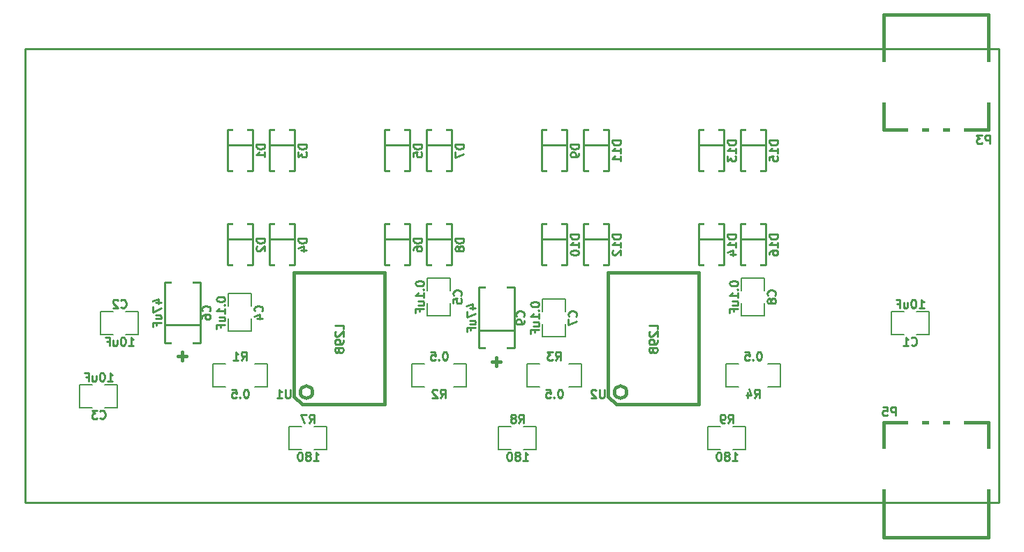
<source format=gbo>
G04 #@! TF.FileFunction,Legend,Bot*
%FSLAX46Y46*%
G04 Gerber Fmt 4.6, Leading zero omitted, Abs format (unit mm)*
G04 Created by KiCad (PCBNEW 0.201603210401+6634~43~ubuntu14.04.1-product) date Mon 11 Apr 2016 10:26:04 AM EDT*
%MOMM*%
G01*
G04 APERTURE LIST*
%ADD10C,0.100000*%
%ADD11C,0.228600*%
%ADD12C,0.127000*%
%ADD13C,0.381000*%
%ADD14C,0.254000*%
%ADD15O,1.524000X2.540000*%
%ADD16C,1.930400*%
%ADD17O,4.572000X3.556000*%
%ADD18O,4.064000X5.080000*%
%ADD19O,5.080000X3.556000*%
%ADD20R,1.270000X2.540000*%
%ADD21O,5.080000X3.048000*%
%ADD22O,2.032000X1.524000*%
%ADD23O,1.524000X2.032000*%
%ADD24C,3.759200*%
%ADD25O,2.540000X1.524000*%
%ADD26O,1.651000X2.159000*%
%ADD27C,1.600200*%
%ADD28R,1.778000X4.191000*%
%ADD29R,2.997200X5.029200*%
%ADD30R,2.540000X1.270000*%
%ADD31R,2.550000X2.770000*%
%ADD32R,1.397000X2.489200*%
%ADD33R,1.800000X0.860000*%
%ADD34R,1.750000X2.650000*%
%ADD35R,2.540000X2.540000*%
%ADD36O,2.540000X2.540000*%
G04 APERTURE END LIST*
D10*
D11*
X211455000Y-75311000D02*
X93345000Y-75311000D01*
X211455000Y-130429000D02*
X211455000Y-75311000D01*
X93345000Y-130429000D02*
X211455000Y-130429000D01*
X93345000Y-75311000D02*
X93345000Y-130429000D01*
D12*
X199898000Y-109982000D02*
X198374000Y-109982000D01*
X198374000Y-109982000D02*
X198374000Y-107188000D01*
X198374000Y-107188000D02*
X199898000Y-107188000D01*
X201422000Y-107188000D02*
X202946000Y-107188000D01*
X202946000Y-107188000D02*
X202946000Y-109982000D01*
X202946000Y-109982000D02*
X201422000Y-109982000D01*
X105537000Y-107188000D02*
X107061000Y-107188000D01*
X107061000Y-107188000D02*
X107061000Y-109982000D01*
X107061000Y-109982000D02*
X105537000Y-109982000D01*
X104013000Y-109982000D02*
X102489000Y-109982000D01*
X102489000Y-109982000D02*
X102489000Y-107188000D01*
X102489000Y-107188000D02*
X104013000Y-107188000D01*
D13*
X210185000Y-71120000D02*
X197485000Y-71120000D01*
X197485000Y-71120000D02*
X197485000Y-85090000D01*
X210185000Y-71120000D02*
X210185000Y-85090000D01*
X210185000Y-85090000D02*
X197485000Y-85090000D01*
X197485000Y-134620000D02*
X210185000Y-134620000D01*
X210185000Y-134620000D02*
X210185000Y-120650000D01*
X197485000Y-134620000D02*
X197485000Y-120650000D01*
X197485000Y-120650000D02*
X210185000Y-120650000D01*
D12*
X101473000Y-118872000D02*
X99949000Y-118872000D01*
X99949000Y-118872000D02*
X99949000Y-116078000D01*
X99949000Y-116078000D02*
X101473000Y-116078000D01*
X102997000Y-116078000D02*
X104521000Y-116078000D01*
X104521000Y-116078000D02*
X104521000Y-118872000D01*
X104521000Y-118872000D02*
X102997000Y-118872000D01*
X128397000Y-121158000D02*
X129921000Y-121158000D01*
X129921000Y-121158000D02*
X129921000Y-123952000D01*
X129921000Y-123952000D02*
X128397000Y-123952000D01*
X126873000Y-123952000D02*
X125349000Y-123952000D01*
X125349000Y-123952000D02*
X125349000Y-121158000D01*
X125349000Y-121158000D02*
X126873000Y-121158000D01*
X120777000Y-108077000D02*
X120777000Y-109601000D01*
X120777000Y-109601000D02*
X117983000Y-109601000D01*
X117983000Y-109601000D02*
X117983000Y-108077000D01*
X117983000Y-106553000D02*
X117983000Y-105029000D01*
X117983000Y-105029000D02*
X120777000Y-105029000D01*
X120777000Y-105029000D02*
X120777000Y-106553000D01*
X144907000Y-106172000D02*
X144907000Y-107696000D01*
X144907000Y-107696000D02*
X142113000Y-107696000D01*
X142113000Y-107696000D02*
X142113000Y-106172000D01*
X142113000Y-104648000D02*
X142113000Y-103124000D01*
X142113000Y-103124000D02*
X144907000Y-103124000D01*
X144907000Y-103124000D02*
X144907000Y-104648000D01*
D11*
X114554000Y-108839000D02*
X110236000Y-108839000D01*
X110236000Y-110998000D02*
X110236000Y-103632000D01*
X114554000Y-110998000D02*
X114554000Y-103632000D01*
D13*
X111887000Y-112649000D02*
X112903000Y-112649000D01*
X112395000Y-112141000D02*
X112395000Y-113157000D01*
D11*
X114554000Y-110998000D02*
X110236000Y-110998000D01*
X110236000Y-103632000D02*
X114554000Y-103632000D01*
D12*
X159258000Y-113538000D02*
X160782000Y-113538000D01*
X160782000Y-113538000D02*
X160782000Y-116332000D01*
X160782000Y-116332000D02*
X159258000Y-116332000D01*
X155702000Y-116332000D02*
X154178000Y-116332000D01*
X154178000Y-116332000D02*
X154178000Y-113538000D01*
X154178000Y-113538000D02*
X155702000Y-113538000D01*
X179832000Y-116332000D02*
X178308000Y-116332000D01*
X178308000Y-116332000D02*
X178308000Y-113538000D01*
X178308000Y-113538000D02*
X179832000Y-113538000D01*
X183388000Y-113538000D02*
X184912000Y-113538000D01*
X184912000Y-113538000D02*
X184912000Y-116332000D01*
X184912000Y-116332000D02*
X183388000Y-116332000D01*
D13*
X128195000Y-116990000D02*
G75*
G03X128195000Y-116990000I-750000J0D01*
G01*
X125945000Y-117490000D02*
X125945000Y-102490000D01*
X125945000Y-102490000D02*
X136945000Y-102490000D01*
X136945000Y-102490000D02*
X136945000Y-118490000D01*
X136945000Y-118490000D02*
X126945000Y-118490000D01*
X126945000Y-118490000D02*
X125945000Y-117490000D01*
D11*
X142010000Y-96560000D02*
X142010000Y-101560000D01*
X142010000Y-101560000D02*
X145010000Y-101560000D01*
X145010000Y-101560000D02*
X145010000Y-96560000D01*
X145010000Y-96560000D02*
X142010000Y-96560000D01*
X142010000Y-98425000D02*
X145010000Y-98425000D01*
X142010000Y-85130000D02*
X142010000Y-90130000D01*
X142010000Y-90130000D02*
X145010000Y-90130000D01*
X145010000Y-90130000D02*
X145010000Y-85130000D01*
X145010000Y-85130000D02*
X142010000Y-85130000D01*
X142010000Y-86995000D02*
X145010000Y-86995000D01*
X136930000Y-96560000D02*
X136930000Y-101560000D01*
X136930000Y-101560000D02*
X139930000Y-101560000D01*
X139930000Y-101560000D02*
X139930000Y-96560000D01*
X139930000Y-96560000D02*
X136930000Y-96560000D01*
X136930000Y-98425000D02*
X139930000Y-98425000D01*
X136930000Y-85130000D02*
X136930000Y-90130000D01*
X136930000Y-90130000D02*
X139930000Y-90130000D01*
X139930000Y-90130000D02*
X139930000Y-85130000D01*
X139930000Y-85130000D02*
X136930000Y-85130000D01*
X136930000Y-86995000D02*
X139930000Y-86995000D01*
X122960000Y-96560000D02*
X122960000Y-101560000D01*
X122960000Y-101560000D02*
X125960000Y-101560000D01*
X125960000Y-101560000D02*
X125960000Y-96560000D01*
X125960000Y-96560000D02*
X122960000Y-96560000D01*
X122960000Y-98425000D02*
X125960000Y-98425000D01*
X122960000Y-85130000D02*
X122960000Y-90130000D01*
X122960000Y-90130000D02*
X125960000Y-90130000D01*
X125960000Y-90130000D02*
X125960000Y-85130000D01*
X125960000Y-85130000D02*
X122960000Y-85130000D01*
X122960000Y-86995000D02*
X125960000Y-86995000D01*
X117880000Y-96560000D02*
X117880000Y-101560000D01*
X117880000Y-101560000D02*
X120880000Y-101560000D01*
X120880000Y-101560000D02*
X120880000Y-96560000D01*
X120880000Y-96560000D02*
X117880000Y-96560000D01*
X117880000Y-98425000D02*
X120880000Y-98425000D01*
X117880000Y-85130000D02*
X117880000Y-90130000D01*
X117880000Y-90130000D02*
X120880000Y-90130000D01*
X120880000Y-90130000D02*
X120880000Y-85130000D01*
X120880000Y-85130000D02*
X117880000Y-85130000D01*
X117880000Y-86995000D02*
X120880000Y-86995000D01*
D12*
X158877000Y-108712000D02*
X158877000Y-110236000D01*
X158877000Y-110236000D02*
X156083000Y-110236000D01*
X156083000Y-110236000D02*
X156083000Y-108712000D01*
X156083000Y-107188000D02*
X156083000Y-105664000D01*
X156083000Y-105664000D02*
X158877000Y-105664000D01*
X158877000Y-105664000D02*
X158877000Y-107188000D01*
X183007000Y-106172000D02*
X183007000Y-107696000D01*
X183007000Y-107696000D02*
X180213000Y-107696000D01*
X180213000Y-107696000D02*
X180213000Y-106172000D01*
X180213000Y-104648000D02*
X180213000Y-103124000D01*
X180213000Y-103124000D02*
X183007000Y-103124000D01*
X183007000Y-103124000D02*
X183007000Y-104648000D01*
D11*
X152654000Y-109474000D02*
X148336000Y-109474000D01*
X148336000Y-111633000D02*
X148336000Y-104267000D01*
X152654000Y-111633000D02*
X152654000Y-104267000D01*
D13*
X149987000Y-113284000D02*
X151003000Y-113284000D01*
X150495000Y-112776000D02*
X150495000Y-113792000D01*
D11*
X152654000Y-111633000D02*
X148336000Y-111633000D01*
X148336000Y-104267000D02*
X152654000Y-104267000D01*
X155980000Y-85130000D02*
X155980000Y-90130000D01*
X155980000Y-90130000D02*
X158980000Y-90130000D01*
X158980000Y-90130000D02*
X158980000Y-85130000D01*
X158980000Y-85130000D02*
X155980000Y-85130000D01*
X155980000Y-86995000D02*
X158980000Y-86995000D01*
X155980000Y-96560000D02*
X155980000Y-101560000D01*
X155980000Y-101560000D02*
X158980000Y-101560000D01*
X158980000Y-101560000D02*
X158980000Y-96560000D01*
X158980000Y-96560000D02*
X155980000Y-96560000D01*
X155980000Y-98425000D02*
X158980000Y-98425000D01*
X161060000Y-85130000D02*
X161060000Y-90130000D01*
X161060000Y-90130000D02*
X164060000Y-90130000D01*
X164060000Y-90130000D02*
X164060000Y-85130000D01*
X164060000Y-85130000D02*
X161060000Y-85130000D01*
X161060000Y-86995000D02*
X164060000Y-86995000D01*
X161060000Y-96560000D02*
X161060000Y-101560000D01*
X161060000Y-101560000D02*
X164060000Y-101560000D01*
X164060000Y-101560000D02*
X164060000Y-96560000D01*
X164060000Y-96560000D02*
X161060000Y-96560000D01*
X161060000Y-98425000D02*
X164060000Y-98425000D01*
X175030000Y-85130000D02*
X175030000Y-90130000D01*
X175030000Y-90130000D02*
X178030000Y-90130000D01*
X178030000Y-90130000D02*
X178030000Y-85130000D01*
X178030000Y-85130000D02*
X175030000Y-85130000D01*
X175030000Y-86995000D02*
X178030000Y-86995000D01*
X175030000Y-96560000D02*
X175030000Y-101560000D01*
X175030000Y-101560000D02*
X178030000Y-101560000D01*
X178030000Y-101560000D02*
X178030000Y-96560000D01*
X178030000Y-96560000D02*
X175030000Y-96560000D01*
X175030000Y-98425000D02*
X178030000Y-98425000D01*
X180110000Y-85130000D02*
X180110000Y-90130000D01*
X180110000Y-90130000D02*
X183110000Y-90130000D01*
X183110000Y-90130000D02*
X183110000Y-85130000D01*
X183110000Y-85130000D02*
X180110000Y-85130000D01*
X180110000Y-86995000D02*
X183110000Y-86995000D01*
X180110000Y-96560000D02*
X180110000Y-101560000D01*
X180110000Y-101560000D02*
X183110000Y-101560000D01*
X183110000Y-101560000D02*
X183110000Y-96560000D01*
X183110000Y-96560000D02*
X180110000Y-96560000D01*
X180110000Y-98425000D02*
X183110000Y-98425000D01*
D12*
X121158000Y-113538000D02*
X122682000Y-113538000D01*
X122682000Y-113538000D02*
X122682000Y-116332000D01*
X122682000Y-116332000D02*
X121158000Y-116332000D01*
X117602000Y-116332000D02*
X116078000Y-116332000D01*
X116078000Y-116332000D02*
X116078000Y-113538000D01*
X116078000Y-113538000D02*
X117602000Y-113538000D01*
X141732000Y-116332000D02*
X140208000Y-116332000D01*
X140208000Y-116332000D02*
X140208000Y-113538000D01*
X140208000Y-113538000D02*
X141732000Y-113538000D01*
X145288000Y-113538000D02*
X146812000Y-113538000D01*
X146812000Y-113538000D02*
X146812000Y-116332000D01*
X146812000Y-116332000D02*
X145288000Y-116332000D01*
X153797000Y-121158000D02*
X155321000Y-121158000D01*
X155321000Y-121158000D02*
X155321000Y-123952000D01*
X155321000Y-123952000D02*
X153797000Y-123952000D01*
X152273000Y-123952000D02*
X150749000Y-123952000D01*
X150749000Y-123952000D02*
X150749000Y-121158000D01*
X150749000Y-121158000D02*
X152273000Y-121158000D01*
X179197000Y-121158000D02*
X180721000Y-121158000D01*
X180721000Y-121158000D02*
X180721000Y-123952000D01*
X180721000Y-123952000D02*
X179197000Y-123952000D01*
X177673000Y-123952000D02*
X176149000Y-123952000D01*
X176149000Y-123952000D02*
X176149000Y-121158000D01*
X176149000Y-121158000D02*
X177673000Y-121158000D01*
D13*
X166295000Y-116990000D02*
G75*
G03X166295000Y-116990000I-750000J0D01*
G01*
X164045000Y-117490000D02*
X164045000Y-102490000D01*
X164045000Y-102490000D02*
X175045000Y-102490000D01*
X175045000Y-102490000D02*
X175045000Y-118490000D01*
X175045000Y-118490000D02*
X165045000Y-118490000D01*
X165045000Y-118490000D02*
X164045000Y-117490000D01*
D14*
X200829333Y-111233857D02*
X200877714Y-111282238D01*
X201022857Y-111330619D01*
X201119619Y-111330619D01*
X201264761Y-111282238D01*
X201361523Y-111185476D01*
X201409904Y-111088714D01*
X201458285Y-110895190D01*
X201458285Y-110750048D01*
X201409904Y-110556524D01*
X201361523Y-110459762D01*
X201264761Y-110363000D01*
X201119619Y-110314619D01*
X201022857Y-110314619D01*
X200877714Y-110363000D01*
X200829333Y-110411381D01*
X199861714Y-111330619D02*
X200442285Y-111330619D01*
X200151999Y-111330619D02*
X200151999Y-110314619D01*
X200248761Y-110459762D01*
X200345523Y-110556524D01*
X200442285Y-110604905D01*
X201748571Y-106758619D02*
X202329142Y-106758619D01*
X202038856Y-106758619D02*
X202038856Y-105742619D01*
X202135618Y-105887762D01*
X202232380Y-105984524D01*
X202329142Y-106032905D01*
X201119618Y-105742619D02*
X201022857Y-105742619D01*
X200926095Y-105791000D01*
X200877714Y-105839381D01*
X200829333Y-105936143D01*
X200780952Y-106129667D01*
X200780952Y-106371571D01*
X200829333Y-106565095D01*
X200877714Y-106661857D01*
X200926095Y-106710238D01*
X201022857Y-106758619D01*
X201119618Y-106758619D01*
X201216380Y-106710238D01*
X201264761Y-106661857D01*
X201313142Y-106565095D01*
X201361523Y-106371571D01*
X201361523Y-106129667D01*
X201313142Y-105936143D01*
X201264761Y-105839381D01*
X201216380Y-105791000D01*
X201119618Y-105742619D01*
X199910095Y-106081286D02*
X199910095Y-106758619D01*
X200345523Y-106081286D02*
X200345523Y-106613476D01*
X200297142Y-106710238D01*
X200200380Y-106758619D01*
X200055238Y-106758619D01*
X199958476Y-106710238D01*
X199910095Y-106661857D01*
X199087619Y-106226429D02*
X199426285Y-106226429D01*
X199426285Y-106758619D02*
X199426285Y-105742619D01*
X198942476Y-105742619D01*
X104944333Y-106661857D02*
X104992714Y-106710238D01*
X105137857Y-106758619D01*
X105234619Y-106758619D01*
X105379761Y-106710238D01*
X105476523Y-106613476D01*
X105524904Y-106516714D01*
X105573285Y-106323190D01*
X105573285Y-106178048D01*
X105524904Y-105984524D01*
X105476523Y-105887762D01*
X105379761Y-105791000D01*
X105234619Y-105742619D01*
X105137857Y-105742619D01*
X104992714Y-105791000D01*
X104944333Y-105839381D01*
X104557285Y-105839381D02*
X104508904Y-105791000D01*
X104412142Y-105742619D01*
X104170238Y-105742619D01*
X104073476Y-105791000D01*
X104025095Y-105839381D01*
X103976714Y-105936143D01*
X103976714Y-106032905D01*
X104025095Y-106178048D01*
X104605666Y-106758619D01*
X103976714Y-106758619D01*
X105863571Y-111330619D02*
X106444142Y-111330619D01*
X106153856Y-111330619D02*
X106153856Y-110314619D01*
X106250618Y-110459762D01*
X106347380Y-110556524D01*
X106444142Y-110604905D01*
X105234618Y-110314619D02*
X105137857Y-110314619D01*
X105041095Y-110363000D01*
X104992714Y-110411381D01*
X104944333Y-110508143D01*
X104895952Y-110701667D01*
X104895952Y-110943571D01*
X104944333Y-111137095D01*
X104992714Y-111233857D01*
X105041095Y-111282238D01*
X105137857Y-111330619D01*
X105234618Y-111330619D01*
X105331380Y-111282238D01*
X105379761Y-111233857D01*
X105428142Y-111137095D01*
X105476523Y-110943571D01*
X105476523Y-110701667D01*
X105428142Y-110508143D01*
X105379761Y-110411381D01*
X105331380Y-110363000D01*
X105234618Y-110314619D01*
X104025095Y-110653286D02*
X104025095Y-111330619D01*
X104460523Y-110653286D02*
X104460523Y-111185476D01*
X104412142Y-111282238D01*
X104315380Y-111330619D01*
X104170238Y-111330619D01*
X104073476Y-111282238D01*
X104025095Y-111233857D01*
X103202619Y-110798429D02*
X103541285Y-110798429D01*
X103541285Y-111330619D02*
X103541285Y-110314619D01*
X103057476Y-110314619D01*
X210299904Y-86819619D02*
X210299904Y-85803619D01*
X209912857Y-85803619D01*
X209816095Y-85852000D01*
X209767714Y-85900381D01*
X209719333Y-85997143D01*
X209719333Y-86142286D01*
X209767714Y-86239048D01*
X209816095Y-86287429D01*
X209912857Y-86335810D01*
X210299904Y-86335810D01*
X209380666Y-85803619D02*
X208751714Y-85803619D01*
X209090380Y-86190667D01*
X208945238Y-86190667D01*
X208848476Y-86239048D01*
X208800095Y-86287429D01*
X208751714Y-86384190D01*
X208751714Y-86626095D01*
X208800095Y-86722857D01*
X208848476Y-86771238D01*
X208945238Y-86819619D01*
X209235523Y-86819619D01*
X209332285Y-86771238D01*
X209380666Y-86722857D01*
X198869904Y-119839619D02*
X198869904Y-118823619D01*
X198482857Y-118823619D01*
X198386095Y-118872000D01*
X198337714Y-118920381D01*
X198289333Y-119017143D01*
X198289333Y-119162286D01*
X198337714Y-119259048D01*
X198386095Y-119307429D01*
X198482857Y-119355810D01*
X198869904Y-119355810D01*
X197370095Y-118823619D02*
X197853904Y-118823619D01*
X197902285Y-119307429D01*
X197853904Y-119259048D01*
X197757142Y-119210667D01*
X197515238Y-119210667D01*
X197418476Y-119259048D01*
X197370095Y-119307429D01*
X197321714Y-119404190D01*
X197321714Y-119646095D01*
X197370095Y-119742857D01*
X197418476Y-119791238D01*
X197515238Y-119839619D01*
X197757142Y-119839619D01*
X197853904Y-119791238D01*
X197902285Y-119742857D01*
X102404333Y-120123857D02*
X102452714Y-120172238D01*
X102597857Y-120220619D01*
X102694619Y-120220619D01*
X102839761Y-120172238D01*
X102936523Y-120075476D01*
X102984904Y-119978714D01*
X103033285Y-119785190D01*
X103033285Y-119640048D01*
X102984904Y-119446524D01*
X102936523Y-119349762D01*
X102839761Y-119253000D01*
X102694619Y-119204619D01*
X102597857Y-119204619D01*
X102452714Y-119253000D01*
X102404333Y-119301381D01*
X102065666Y-119204619D02*
X101436714Y-119204619D01*
X101775380Y-119591667D01*
X101630238Y-119591667D01*
X101533476Y-119640048D01*
X101485095Y-119688429D01*
X101436714Y-119785190D01*
X101436714Y-120027095D01*
X101485095Y-120123857D01*
X101533476Y-120172238D01*
X101630238Y-120220619D01*
X101920523Y-120220619D01*
X102017285Y-120172238D01*
X102065666Y-120123857D01*
X103323571Y-115648619D02*
X103904142Y-115648619D01*
X103613856Y-115648619D02*
X103613856Y-114632619D01*
X103710618Y-114777762D01*
X103807380Y-114874524D01*
X103904142Y-114922905D01*
X102694618Y-114632619D02*
X102597857Y-114632619D01*
X102501095Y-114681000D01*
X102452714Y-114729381D01*
X102404333Y-114826143D01*
X102355952Y-115019667D01*
X102355952Y-115261571D01*
X102404333Y-115455095D01*
X102452714Y-115551857D01*
X102501095Y-115600238D01*
X102597857Y-115648619D01*
X102694618Y-115648619D01*
X102791380Y-115600238D01*
X102839761Y-115551857D01*
X102888142Y-115455095D01*
X102936523Y-115261571D01*
X102936523Y-115019667D01*
X102888142Y-114826143D01*
X102839761Y-114729381D01*
X102791380Y-114681000D01*
X102694618Y-114632619D01*
X101485095Y-114971286D02*
X101485095Y-115648619D01*
X101920523Y-114971286D02*
X101920523Y-115503476D01*
X101872142Y-115600238D01*
X101775380Y-115648619D01*
X101630238Y-115648619D01*
X101533476Y-115600238D01*
X101485095Y-115551857D01*
X100662619Y-115116429D02*
X101001285Y-115116429D01*
X101001285Y-115648619D02*
X101001285Y-114632619D01*
X100517476Y-114632619D01*
X127804333Y-120728619D02*
X128142999Y-120244810D01*
X128384904Y-120728619D02*
X128384904Y-119712619D01*
X127997857Y-119712619D01*
X127901095Y-119761000D01*
X127852714Y-119809381D01*
X127804333Y-119906143D01*
X127804333Y-120051286D01*
X127852714Y-120148048D01*
X127901095Y-120196429D01*
X127997857Y-120244810D01*
X128384904Y-120244810D01*
X127465666Y-119712619D02*
X126788333Y-119712619D01*
X127223761Y-120728619D01*
X128312333Y-125300619D02*
X128892904Y-125300619D01*
X128602618Y-125300619D02*
X128602618Y-124284619D01*
X128699380Y-124429762D01*
X128796142Y-124526524D01*
X128892904Y-124574905D01*
X127731761Y-124720048D02*
X127828523Y-124671667D01*
X127876904Y-124623286D01*
X127925285Y-124526524D01*
X127925285Y-124478143D01*
X127876904Y-124381381D01*
X127828523Y-124333000D01*
X127731761Y-124284619D01*
X127538238Y-124284619D01*
X127441476Y-124333000D01*
X127393095Y-124381381D01*
X127344714Y-124478143D01*
X127344714Y-124526524D01*
X127393095Y-124623286D01*
X127441476Y-124671667D01*
X127538238Y-124720048D01*
X127731761Y-124720048D01*
X127828523Y-124768429D01*
X127876904Y-124816810D01*
X127925285Y-124913571D01*
X127925285Y-125107095D01*
X127876904Y-125203857D01*
X127828523Y-125252238D01*
X127731761Y-125300619D01*
X127538238Y-125300619D01*
X127441476Y-125252238D01*
X127393095Y-125203857D01*
X127344714Y-125107095D01*
X127344714Y-124913571D01*
X127393095Y-124816810D01*
X127441476Y-124768429D01*
X127538238Y-124720048D01*
X126715761Y-124284619D02*
X126619000Y-124284619D01*
X126522238Y-124333000D01*
X126473857Y-124381381D01*
X126425476Y-124478143D01*
X126377095Y-124671667D01*
X126377095Y-124913571D01*
X126425476Y-125107095D01*
X126473857Y-125203857D01*
X126522238Y-125252238D01*
X126619000Y-125300619D01*
X126715761Y-125300619D01*
X126812523Y-125252238D01*
X126860904Y-125203857D01*
X126909285Y-125107095D01*
X126957666Y-124913571D01*
X126957666Y-124671667D01*
X126909285Y-124478143D01*
X126860904Y-124381381D01*
X126812523Y-124333000D01*
X126715761Y-124284619D01*
X122028857Y-107145667D02*
X122077238Y-107097286D01*
X122125619Y-106952143D01*
X122125619Y-106855381D01*
X122077238Y-106710239D01*
X121980476Y-106613477D01*
X121883714Y-106565096D01*
X121690190Y-106516715D01*
X121545048Y-106516715D01*
X121351524Y-106565096D01*
X121254762Y-106613477D01*
X121158000Y-106710239D01*
X121109619Y-106855381D01*
X121109619Y-106952143D01*
X121158000Y-107097286D01*
X121206381Y-107145667D01*
X121448286Y-108016524D02*
X122125619Y-108016524D01*
X121061238Y-107774620D02*
X121786952Y-107532715D01*
X121786952Y-108161667D01*
X116537619Y-105645858D02*
X116537619Y-105742619D01*
X116586000Y-105839381D01*
X116634381Y-105887762D01*
X116731143Y-105936143D01*
X116924667Y-105984524D01*
X117166571Y-105984524D01*
X117360095Y-105936143D01*
X117456857Y-105887762D01*
X117505238Y-105839381D01*
X117553619Y-105742619D01*
X117553619Y-105645858D01*
X117505238Y-105549096D01*
X117456857Y-105500715D01*
X117360095Y-105452334D01*
X117166571Y-105403953D01*
X116924667Y-105403953D01*
X116731143Y-105452334D01*
X116634381Y-105500715D01*
X116586000Y-105549096D01*
X116537619Y-105645858D01*
X117456857Y-106419953D02*
X117505238Y-106468334D01*
X117553619Y-106419953D01*
X117505238Y-106371572D01*
X117456857Y-106419953D01*
X117553619Y-106419953D01*
X117553619Y-107435953D02*
X117553619Y-106855382D01*
X117553619Y-107145668D02*
X116537619Y-107145668D01*
X116682762Y-107048906D01*
X116779524Y-106952144D01*
X116827905Y-106855382D01*
X116876286Y-108306810D02*
X117553619Y-108306810D01*
X116876286Y-107871382D02*
X117408476Y-107871382D01*
X117505238Y-107919763D01*
X117553619Y-108016525D01*
X117553619Y-108161667D01*
X117505238Y-108258429D01*
X117456857Y-108306810D01*
X117021429Y-109129286D02*
X117021429Y-108790620D01*
X117553619Y-108790620D02*
X116537619Y-108790620D01*
X116537619Y-109274429D01*
X146158857Y-105240667D02*
X146207238Y-105192286D01*
X146255619Y-105047143D01*
X146255619Y-104950381D01*
X146207238Y-104805239D01*
X146110476Y-104708477D01*
X146013714Y-104660096D01*
X145820190Y-104611715D01*
X145675048Y-104611715D01*
X145481524Y-104660096D01*
X145384762Y-104708477D01*
X145288000Y-104805239D01*
X145239619Y-104950381D01*
X145239619Y-105047143D01*
X145288000Y-105192286D01*
X145336381Y-105240667D01*
X145239619Y-106159905D02*
X145239619Y-105676096D01*
X145723429Y-105627715D01*
X145675048Y-105676096D01*
X145626667Y-105772858D01*
X145626667Y-106014762D01*
X145675048Y-106111524D01*
X145723429Y-106159905D01*
X145820190Y-106208286D01*
X146062095Y-106208286D01*
X146158857Y-106159905D01*
X146207238Y-106111524D01*
X146255619Y-106014762D01*
X146255619Y-105772858D01*
X146207238Y-105676096D01*
X146158857Y-105627715D01*
X140667619Y-103740858D02*
X140667619Y-103837619D01*
X140716000Y-103934381D01*
X140764381Y-103982762D01*
X140861143Y-104031143D01*
X141054667Y-104079524D01*
X141296571Y-104079524D01*
X141490095Y-104031143D01*
X141586857Y-103982762D01*
X141635238Y-103934381D01*
X141683619Y-103837619D01*
X141683619Y-103740858D01*
X141635238Y-103644096D01*
X141586857Y-103595715D01*
X141490095Y-103547334D01*
X141296571Y-103498953D01*
X141054667Y-103498953D01*
X140861143Y-103547334D01*
X140764381Y-103595715D01*
X140716000Y-103644096D01*
X140667619Y-103740858D01*
X141586857Y-104514953D02*
X141635238Y-104563334D01*
X141683619Y-104514953D01*
X141635238Y-104466572D01*
X141586857Y-104514953D01*
X141683619Y-104514953D01*
X141683619Y-105530953D02*
X141683619Y-104950382D01*
X141683619Y-105240668D02*
X140667619Y-105240668D01*
X140812762Y-105143906D01*
X140909524Y-105047144D01*
X140957905Y-104950382D01*
X141006286Y-106401810D02*
X141683619Y-106401810D01*
X141006286Y-105966382D02*
X141538476Y-105966382D01*
X141635238Y-106014763D01*
X141683619Y-106111525D01*
X141683619Y-106256667D01*
X141635238Y-106353429D01*
X141586857Y-106401810D01*
X141151429Y-107224286D02*
X141151429Y-106885620D01*
X141683619Y-106885620D02*
X140667619Y-106885620D01*
X140667619Y-107369429D01*
X115678857Y-107145667D02*
X115727238Y-107097286D01*
X115775619Y-106952143D01*
X115775619Y-106855381D01*
X115727238Y-106710239D01*
X115630476Y-106613477D01*
X115533714Y-106565096D01*
X115340190Y-106516715D01*
X115195048Y-106516715D01*
X115001524Y-106565096D01*
X114904762Y-106613477D01*
X114808000Y-106710239D01*
X114759619Y-106855381D01*
X114759619Y-106952143D01*
X114808000Y-107097286D01*
X114856381Y-107145667D01*
X114759619Y-108016524D02*
X114759619Y-107823001D01*
X114808000Y-107726239D01*
X114856381Y-107677858D01*
X115001524Y-107581096D01*
X115195048Y-107532715D01*
X115582095Y-107532715D01*
X115678857Y-107581096D01*
X115727238Y-107629477D01*
X115775619Y-107726239D01*
X115775619Y-107919762D01*
X115727238Y-108016524D01*
X115678857Y-108064905D01*
X115582095Y-108113286D01*
X115340190Y-108113286D01*
X115243429Y-108064905D01*
X115195048Y-108016524D01*
X115146667Y-107919762D01*
X115146667Y-107726239D01*
X115195048Y-107629477D01*
X115243429Y-107581096D01*
X115340190Y-107532715D01*
X109129286Y-106129667D02*
X109806619Y-106129667D01*
X108742238Y-105887763D02*
X109467952Y-105645858D01*
X109467952Y-106274810D01*
X108790619Y-106565096D02*
X108790619Y-107242429D01*
X109806619Y-106807001D01*
X109129286Y-108064905D02*
X109806619Y-108064905D01*
X109129286Y-107629477D02*
X109661476Y-107629477D01*
X109758238Y-107677858D01*
X109806619Y-107774620D01*
X109806619Y-107919762D01*
X109758238Y-108016524D01*
X109709857Y-108064905D01*
X109274429Y-108887381D02*
X109274429Y-108548715D01*
X109806619Y-108548715D02*
X108790619Y-108548715D01*
X108790619Y-109032524D01*
X157649333Y-113108619D02*
X157987999Y-112624810D01*
X158229904Y-113108619D02*
X158229904Y-112092619D01*
X157842857Y-112092619D01*
X157746095Y-112141000D01*
X157697714Y-112189381D01*
X157649333Y-112286143D01*
X157649333Y-112431286D01*
X157697714Y-112528048D01*
X157746095Y-112576429D01*
X157842857Y-112624810D01*
X158229904Y-112624810D01*
X157310666Y-112092619D02*
X156681714Y-112092619D01*
X157020380Y-112479667D01*
X156875238Y-112479667D01*
X156778476Y-112528048D01*
X156730095Y-112576429D01*
X156681714Y-112673190D01*
X156681714Y-112915095D01*
X156730095Y-113011857D01*
X156778476Y-113060238D01*
X156875238Y-113108619D01*
X157165523Y-113108619D01*
X157262285Y-113060238D01*
X157310666Y-113011857D01*
X158254095Y-116664619D02*
X158157334Y-116664619D01*
X158060572Y-116713000D01*
X158012191Y-116761381D01*
X157963810Y-116858143D01*
X157915429Y-117051667D01*
X157915429Y-117293571D01*
X157963810Y-117487095D01*
X158012191Y-117583857D01*
X158060572Y-117632238D01*
X158157334Y-117680619D01*
X158254095Y-117680619D01*
X158350857Y-117632238D01*
X158399238Y-117583857D01*
X158447619Y-117487095D01*
X158496000Y-117293571D01*
X158496000Y-117051667D01*
X158447619Y-116858143D01*
X158399238Y-116761381D01*
X158350857Y-116713000D01*
X158254095Y-116664619D01*
X157480000Y-117583857D02*
X157431619Y-117632238D01*
X157480000Y-117680619D01*
X157528381Y-117632238D01*
X157480000Y-117583857D01*
X157480000Y-117680619D01*
X156512381Y-116664619D02*
X156996190Y-116664619D01*
X157044571Y-117148429D01*
X156996190Y-117100048D01*
X156899428Y-117051667D01*
X156657524Y-117051667D01*
X156560762Y-117100048D01*
X156512381Y-117148429D01*
X156464000Y-117245190D01*
X156464000Y-117487095D01*
X156512381Y-117583857D01*
X156560762Y-117632238D01*
X156657524Y-117680619D01*
X156899428Y-117680619D01*
X156996190Y-117632238D01*
X157044571Y-117583857D01*
X181779333Y-117680619D02*
X182117999Y-117196810D01*
X182359904Y-117680619D02*
X182359904Y-116664619D01*
X181972857Y-116664619D01*
X181876095Y-116713000D01*
X181827714Y-116761381D01*
X181779333Y-116858143D01*
X181779333Y-117003286D01*
X181827714Y-117100048D01*
X181876095Y-117148429D01*
X181972857Y-117196810D01*
X182359904Y-117196810D01*
X180908476Y-117003286D02*
X180908476Y-117680619D01*
X181150380Y-116616238D02*
X181392285Y-117341952D01*
X180763333Y-117341952D01*
X182384095Y-112092619D02*
X182287334Y-112092619D01*
X182190572Y-112141000D01*
X182142191Y-112189381D01*
X182093810Y-112286143D01*
X182045429Y-112479667D01*
X182045429Y-112721571D01*
X182093810Y-112915095D01*
X182142191Y-113011857D01*
X182190572Y-113060238D01*
X182287334Y-113108619D01*
X182384095Y-113108619D01*
X182480857Y-113060238D01*
X182529238Y-113011857D01*
X182577619Y-112915095D01*
X182626000Y-112721571D01*
X182626000Y-112479667D01*
X182577619Y-112286143D01*
X182529238Y-112189381D01*
X182480857Y-112141000D01*
X182384095Y-112092619D01*
X181610000Y-113011857D02*
X181561619Y-113060238D01*
X181610000Y-113108619D01*
X181658381Y-113060238D01*
X181610000Y-113011857D01*
X181610000Y-113108619D01*
X180642381Y-112092619D02*
X181126190Y-112092619D01*
X181174571Y-112576429D01*
X181126190Y-112528048D01*
X181029428Y-112479667D01*
X180787524Y-112479667D01*
X180690762Y-112528048D01*
X180642381Y-112576429D01*
X180594000Y-112673190D01*
X180594000Y-112915095D01*
X180642381Y-113011857D01*
X180690762Y-113060238D01*
X180787524Y-113108619D01*
X181029428Y-113108619D01*
X181126190Y-113060238D01*
X181174571Y-113011857D01*
X125469095Y-116683619D02*
X125469095Y-117506095D01*
X125420714Y-117602857D01*
X125372333Y-117651238D01*
X125275571Y-117699619D01*
X125082048Y-117699619D01*
X124985286Y-117651238D01*
X124936905Y-117602857D01*
X124888524Y-117506095D01*
X124888524Y-116683619D01*
X123872524Y-117699619D02*
X124453095Y-117699619D01*
X124162809Y-117699619D02*
X124162809Y-116683619D01*
X124259571Y-116828762D01*
X124356333Y-116925524D01*
X124453095Y-116973905D01*
X131904619Y-109353048D02*
X131904619Y-108869239D01*
X130888619Y-108869239D01*
X130985381Y-109643334D02*
X130937000Y-109691715D01*
X130888619Y-109788477D01*
X130888619Y-110030381D01*
X130937000Y-110127143D01*
X130985381Y-110175524D01*
X131082143Y-110223905D01*
X131178905Y-110223905D01*
X131324048Y-110175524D01*
X131904619Y-109594953D01*
X131904619Y-110223905D01*
X131904619Y-110707715D02*
X131904619Y-110901239D01*
X131856238Y-110998000D01*
X131807857Y-111046381D01*
X131662714Y-111143143D01*
X131469190Y-111191524D01*
X131082143Y-111191524D01*
X130985381Y-111143143D01*
X130937000Y-111094762D01*
X130888619Y-110998000D01*
X130888619Y-110804477D01*
X130937000Y-110707715D01*
X130985381Y-110659334D01*
X131082143Y-110610953D01*
X131324048Y-110610953D01*
X131420810Y-110659334D01*
X131469190Y-110707715D01*
X131517571Y-110804477D01*
X131517571Y-110998000D01*
X131469190Y-111094762D01*
X131420810Y-111143143D01*
X131324048Y-111191524D01*
X131324048Y-111772096D02*
X131275667Y-111675334D01*
X131227286Y-111626953D01*
X131130524Y-111578572D01*
X131082143Y-111578572D01*
X130985381Y-111626953D01*
X130937000Y-111675334D01*
X130888619Y-111772096D01*
X130888619Y-111965619D01*
X130937000Y-112062381D01*
X130985381Y-112110762D01*
X131082143Y-112159143D01*
X131130524Y-112159143D01*
X131227286Y-112110762D01*
X131275667Y-112062381D01*
X131324048Y-111965619D01*
X131324048Y-111772096D01*
X131372429Y-111675334D01*
X131420810Y-111626953D01*
X131517571Y-111578572D01*
X131711095Y-111578572D01*
X131807857Y-111626953D01*
X131856238Y-111675334D01*
X131904619Y-111772096D01*
X131904619Y-111965619D01*
X131856238Y-112062381D01*
X131807857Y-112110762D01*
X131711095Y-112159143D01*
X131517571Y-112159143D01*
X131420810Y-112110762D01*
X131372429Y-112062381D01*
X131324048Y-111965619D01*
X146509619Y-98310096D02*
X145493619Y-98310096D01*
X145493619Y-98552001D01*
X145542000Y-98697143D01*
X145638762Y-98793905D01*
X145735524Y-98842286D01*
X145929048Y-98890667D01*
X146074190Y-98890667D01*
X146267714Y-98842286D01*
X146364476Y-98793905D01*
X146461238Y-98697143D01*
X146509619Y-98552001D01*
X146509619Y-98310096D01*
X145929048Y-99471239D02*
X145880667Y-99374477D01*
X145832286Y-99326096D01*
X145735524Y-99277715D01*
X145687143Y-99277715D01*
X145590381Y-99326096D01*
X145542000Y-99374477D01*
X145493619Y-99471239D01*
X145493619Y-99664762D01*
X145542000Y-99761524D01*
X145590381Y-99809905D01*
X145687143Y-99858286D01*
X145735524Y-99858286D01*
X145832286Y-99809905D01*
X145880667Y-99761524D01*
X145929048Y-99664762D01*
X145929048Y-99471239D01*
X145977429Y-99374477D01*
X146025810Y-99326096D01*
X146122571Y-99277715D01*
X146316095Y-99277715D01*
X146412857Y-99326096D01*
X146461238Y-99374477D01*
X146509619Y-99471239D01*
X146509619Y-99664762D01*
X146461238Y-99761524D01*
X146412857Y-99809905D01*
X146316095Y-99858286D01*
X146122571Y-99858286D01*
X146025810Y-99809905D01*
X145977429Y-99761524D01*
X145929048Y-99664762D01*
X146509619Y-86880096D02*
X145493619Y-86880096D01*
X145493619Y-87122001D01*
X145542000Y-87267143D01*
X145638762Y-87363905D01*
X145735524Y-87412286D01*
X145929048Y-87460667D01*
X146074190Y-87460667D01*
X146267714Y-87412286D01*
X146364476Y-87363905D01*
X146461238Y-87267143D01*
X146509619Y-87122001D01*
X146509619Y-86880096D01*
X145493619Y-87799334D02*
X145493619Y-88476667D01*
X146509619Y-88041239D01*
X141429619Y-98310096D02*
X140413619Y-98310096D01*
X140413619Y-98552001D01*
X140462000Y-98697143D01*
X140558762Y-98793905D01*
X140655524Y-98842286D01*
X140849048Y-98890667D01*
X140994190Y-98890667D01*
X141187714Y-98842286D01*
X141284476Y-98793905D01*
X141381238Y-98697143D01*
X141429619Y-98552001D01*
X141429619Y-98310096D01*
X140413619Y-99761524D02*
X140413619Y-99568001D01*
X140462000Y-99471239D01*
X140510381Y-99422858D01*
X140655524Y-99326096D01*
X140849048Y-99277715D01*
X141236095Y-99277715D01*
X141332857Y-99326096D01*
X141381238Y-99374477D01*
X141429619Y-99471239D01*
X141429619Y-99664762D01*
X141381238Y-99761524D01*
X141332857Y-99809905D01*
X141236095Y-99858286D01*
X140994190Y-99858286D01*
X140897429Y-99809905D01*
X140849048Y-99761524D01*
X140800667Y-99664762D01*
X140800667Y-99471239D01*
X140849048Y-99374477D01*
X140897429Y-99326096D01*
X140994190Y-99277715D01*
X141429619Y-86880096D02*
X140413619Y-86880096D01*
X140413619Y-87122001D01*
X140462000Y-87267143D01*
X140558762Y-87363905D01*
X140655524Y-87412286D01*
X140849048Y-87460667D01*
X140994190Y-87460667D01*
X141187714Y-87412286D01*
X141284476Y-87363905D01*
X141381238Y-87267143D01*
X141429619Y-87122001D01*
X141429619Y-86880096D01*
X140413619Y-88379905D02*
X140413619Y-87896096D01*
X140897429Y-87847715D01*
X140849048Y-87896096D01*
X140800667Y-87992858D01*
X140800667Y-88234762D01*
X140849048Y-88331524D01*
X140897429Y-88379905D01*
X140994190Y-88428286D01*
X141236095Y-88428286D01*
X141332857Y-88379905D01*
X141381238Y-88331524D01*
X141429619Y-88234762D01*
X141429619Y-87992858D01*
X141381238Y-87896096D01*
X141332857Y-87847715D01*
X127459619Y-98310096D02*
X126443619Y-98310096D01*
X126443619Y-98552001D01*
X126492000Y-98697143D01*
X126588762Y-98793905D01*
X126685524Y-98842286D01*
X126879048Y-98890667D01*
X127024190Y-98890667D01*
X127217714Y-98842286D01*
X127314476Y-98793905D01*
X127411238Y-98697143D01*
X127459619Y-98552001D01*
X127459619Y-98310096D01*
X126782286Y-99761524D02*
X127459619Y-99761524D01*
X126395238Y-99519620D02*
X127120952Y-99277715D01*
X127120952Y-99906667D01*
X127459619Y-86880096D02*
X126443619Y-86880096D01*
X126443619Y-87122001D01*
X126492000Y-87267143D01*
X126588762Y-87363905D01*
X126685524Y-87412286D01*
X126879048Y-87460667D01*
X127024190Y-87460667D01*
X127217714Y-87412286D01*
X127314476Y-87363905D01*
X127411238Y-87267143D01*
X127459619Y-87122001D01*
X127459619Y-86880096D01*
X126443619Y-87799334D02*
X126443619Y-88428286D01*
X126830667Y-88089620D01*
X126830667Y-88234762D01*
X126879048Y-88331524D01*
X126927429Y-88379905D01*
X127024190Y-88428286D01*
X127266095Y-88428286D01*
X127362857Y-88379905D01*
X127411238Y-88331524D01*
X127459619Y-88234762D01*
X127459619Y-87944477D01*
X127411238Y-87847715D01*
X127362857Y-87799334D01*
X122379619Y-98310096D02*
X121363619Y-98310096D01*
X121363619Y-98552001D01*
X121412000Y-98697143D01*
X121508762Y-98793905D01*
X121605524Y-98842286D01*
X121799048Y-98890667D01*
X121944190Y-98890667D01*
X122137714Y-98842286D01*
X122234476Y-98793905D01*
X122331238Y-98697143D01*
X122379619Y-98552001D01*
X122379619Y-98310096D01*
X121460381Y-99277715D02*
X121412000Y-99326096D01*
X121363619Y-99422858D01*
X121363619Y-99664762D01*
X121412000Y-99761524D01*
X121460381Y-99809905D01*
X121557143Y-99858286D01*
X121653905Y-99858286D01*
X121799048Y-99809905D01*
X122379619Y-99229334D01*
X122379619Y-99858286D01*
X122379619Y-86880096D02*
X121363619Y-86880096D01*
X121363619Y-87122001D01*
X121412000Y-87267143D01*
X121508762Y-87363905D01*
X121605524Y-87412286D01*
X121799048Y-87460667D01*
X121944190Y-87460667D01*
X122137714Y-87412286D01*
X122234476Y-87363905D01*
X122331238Y-87267143D01*
X122379619Y-87122001D01*
X122379619Y-86880096D01*
X122379619Y-88428286D02*
X122379619Y-87847715D01*
X122379619Y-88138001D02*
X121363619Y-88138001D01*
X121508762Y-88041239D01*
X121605524Y-87944477D01*
X121653905Y-87847715D01*
X160128857Y-107780667D02*
X160177238Y-107732286D01*
X160225619Y-107587143D01*
X160225619Y-107490381D01*
X160177238Y-107345239D01*
X160080476Y-107248477D01*
X159983714Y-107200096D01*
X159790190Y-107151715D01*
X159645048Y-107151715D01*
X159451524Y-107200096D01*
X159354762Y-107248477D01*
X159258000Y-107345239D01*
X159209619Y-107490381D01*
X159209619Y-107587143D01*
X159258000Y-107732286D01*
X159306381Y-107780667D01*
X159209619Y-108119334D02*
X159209619Y-108796667D01*
X160225619Y-108361239D01*
X154637619Y-106280858D02*
X154637619Y-106377619D01*
X154686000Y-106474381D01*
X154734381Y-106522762D01*
X154831143Y-106571143D01*
X155024667Y-106619524D01*
X155266571Y-106619524D01*
X155460095Y-106571143D01*
X155556857Y-106522762D01*
X155605238Y-106474381D01*
X155653619Y-106377619D01*
X155653619Y-106280858D01*
X155605238Y-106184096D01*
X155556857Y-106135715D01*
X155460095Y-106087334D01*
X155266571Y-106038953D01*
X155024667Y-106038953D01*
X154831143Y-106087334D01*
X154734381Y-106135715D01*
X154686000Y-106184096D01*
X154637619Y-106280858D01*
X155556857Y-107054953D02*
X155605238Y-107103334D01*
X155653619Y-107054953D01*
X155605238Y-107006572D01*
X155556857Y-107054953D01*
X155653619Y-107054953D01*
X155653619Y-108070953D02*
X155653619Y-107490382D01*
X155653619Y-107780668D02*
X154637619Y-107780668D01*
X154782762Y-107683906D01*
X154879524Y-107587144D01*
X154927905Y-107490382D01*
X154976286Y-108941810D02*
X155653619Y-108941810D01*
X154976286Y-108506382D02*
X155508476Y-108506382D01*
X155605238Y-108554763D01*
X155653619Y-108651525D01*
X155653619Y-108796667D01*
X155605238Y-108893429D01*
X155556857Y-108941810D01*
X155121429Y-109764286D02*
X155121429Y-109425620D01*
X155653619Y-109425620D02*
X154637619Y-109425620D01*
X154637619Y-109909429D01*
X184258857Y-105240667D02*
X184307238Y-105192286D01*
X184355619Y-105047143D01*
X184355619Y-104950381D01*
X184307238Y-104805239D01*
X184210476Y-104708477D01*
X184113714Y-104660096D01*
X183920190Y-104611715D01*
X183775048Y-104611715D01*
X183581524Y-104660096D01*
X183484762Y-104708477D01*
X183388000Y-104805239D01*
X183339619Y-104950381D01*
X183339619Y-105047143D01*
X183388000Y-105192286D01*
X183436381Y-105240667D01*
X183775048Y-105821239D02*
X183726667Y-105724477D01*
X183678286Y-105676096D01*
X183581524Y-105627715D01*
X183533143Y-105627715D01*
X183436381Y-105676096D01*
X183388000Y-105724477D01*
X183339619Y-105821239D01*
X183339619Y-106014762D01*
X183388000Y-106111524D01*
X183436381Y-106159905D01*
X183533143Y-106208286D01*
X183581524Y-106208286D01*
X183678286Y-106159905D01*
X183726667Y-106111524D01*
X183775048Y-106014762D01*
X183775048Y-105821239D01*
X183823429Y-105724477D01*
X183871810Y-105676096D01*
X183968571Y-105627715D01*
X184162095Y-105627715D01*
X184258857Y-105676096D01*
X184307238Y-105724477D01*
X184355619Y-105821239D01*
X184355619Y-106014762D01*
X184307238Y-106111524D01*
X184258857Y-106159905D01*
X184162095Y-106208286D01*
X183968571Y-106208286D01*
X183871810Y-106159905D01*
X183823429Y-106111524D01*
X183775048Y-106014762D01*
X178767619Y-103740858D02*
X178767619Y-103837619D01*
X178816000Y-103934381D01*
X178864381Y-103982762D01*
X178961143Y-104031143D01*
X179154667Y-104079524D01*
X179396571Y-104079524D01*
X179590095Y-104031143D01*
X179686857Y-103982762D01*
X179735238Y-103934381D01*
X179783619Y-103837619D01*
X179783619Y-103740858D01*
X179735238Y-103644096D01*
X179686857Y-103595715D01*
X179590095Y-103547334D01*
X179396571Y-103498953D01*
X179154667Y-103498953D01*
X178961143Y-103547334D01*
X178864381Y-103595715D01*
X178816000Y-103644096D01*
X178767619Y-103740858D01*
X179686857Y-104514953D02*
X179735238Y-104563334D01*
X179783619Y-104514953D01*
X179735238Y-104466572D01*
X179686857Y-104514953D01*
X179783619Y-104514953D01*
X179783619Y-105530953D02*
X179783619Y-104950382D01*
X179783619Y-105240668D02*
X178767619Y-105240668D01*
X178912762Y-105143906D01*
X179009524Y-105047144D01*
X179057905Y-104950382D01*
X179106286Y-106401810D02*
X179783619Y-106401810D01*
X179106286Y-105966382D02*
X179638476Y-105966382D01*
X179735238Y-106014763D01*
X179783619Y-106111525D01*
X179783619Y-106256667D01*
X179735238Y-106353429D01*
X179686857Y-106401810D01*
X179251429Y-107224286D02*
X179251429Y-106885620D01*
X179783619Y-106885620D02*
X178767619Y-106885620D01*
X178767619Y-107369429D01*
X153778857Y-107780667D02*
X153827238Y-107732286D01*
X153875619Y-107587143D01*
X153875619Y-107490381D01*
X153827238Y-107345239D01*
X153730476Y-107248477D01*
X153633714Y-107200096D01*
X153440190Y-107151715D01*
X153295048Y-107151715D01*
X153101524Y-107200096D01*
X153004762Y-107248477D01*
X152908000Y-107345239D01*
X152859619Y-107490381D01*
X152859619Y-107587143D01*
X152908000Y-107732286D01*
X152956381Y-107780667D01*
X153875619Y-108264477D02*
X153875619Y-108458001D01*
X153827238Y-108554762D01*
X153778857Y-108603143D01*
X153633714Y-108699905D01*
X153440190Y-108748286D01*
X153053143Y-108748286D01*
X152956381Y-108699905D01*
X152908000Y-108651524D01*
X152859619Y-108554762D01*
X152859619Y-108361239D01*
X152908000Y-108264477D01*
X152956381Y-108216096D01*
X153053143Y-108167715D01*
X153295048Y-108167715D01*
X153391810Y-108216096D01*
X153440190Y-108264477D01*
X153488571Y-108361239D01*
X153488571Y-108554762D01*
X153440190Y-108651524D01*
X153391810Y-108699905D01*
X153295048Y-108748286D01*
X147229286Y-106764667D02*
X147906619Y-106764667D01*
X146842238Y-106522763D02*
X147567952Y-106280858D01*
X147567952Y-106909810D01*
X146890619Y-107200096D02*
X146890619Y-107877429D01*
X147906619Y-107442001D01*
X147229286Y-108699905D02*
X147906619Y-108699905D01*
X147229286Y-108264477D02*
X147761476Y-108264477D01*
X147858238Y-108312858D01*
X147906619Y-108409620D01*
X147906619Y-108554762D01*
X147858238Y-108651524D01*
X147809857Y-108699905D01*
X147374429Y-109522381D02*
X147374429Y-109183715D01*
X147906619Y-109183715D02*
X146890619Y-109183715D01*
X146890619Y-109667524D01*
X160479619Y-86880096D02*
X159463619Y-86880096D01*
X159463619Y-87122001D01*
X159512000Y-87267143D01*
X159608762Y-87363905D01*
X159705524Y-87412286D01*
X159899048Y-87460667D01*
X160044190Y-87460667D01*
X160237714Y-87412286D01*
X160334476Y-87363905D01*
X160431238Y-87267143D01*
X160479619Y-87122001D01*
X160479619Y-86880096D01*
X160479619Y-87944477D02*
X160479619Y-88138001D01*
X160431238Y-88234762D01*
X160382857Y-88283143D01*
X160237714Y-88379905D01*
X160044190Y-88428286D01*
X159657143Y-88428286D01*
X159560381Y-88379905D01*
X159512000Y-88331524D01*
X159463619Y-88234762D01*
X159463619Y-88041239D01*
X159512000Y-87944477D01*
X159560381Y-87896096D01*
X159657143Y-87847715D01*
X159899048Y-87847715D01*
X159995810Y-87896096D01*
X160044190Y-87944477D01*
X160092571Y-88041239D01*
X160092571Y-88234762D01*
X160044190Y-88331524D01*
X159995810Y-88379905D01*
X159899048Y-88428286D01*
X160479619Y-97826286D02*
X159463619Y-97826286D01*
X159463619Y-98068191D01*
X159512000Y-98213333D01*
X159608762Y-98310095D01*
X159705524Y-98358476D01*
X159899048Y-98406857D01*
X160044190Y-98406857D01*
X160237714Y-98358476D01*
X160334476Y-98310095D01*
X160431238Y-98213333D01*
X160479619Y-98068191D01*
X160479619Y-97826286D01*
X160479619Y-99374476D02*
X160479619Y-98793905D01*
X160479619Y-99084191D02*
X159463619Y-99084191D01*
X159608762Y-98987429D01*
X159705524Y-98890667D01*
X159753905Y-98793905D01*
X159463619Y-100003429D02*
X159463619Y-100100190D01*
X159512000Y-100196952D01*
X159560381Y-100245333D01*
X159657143Y-100293714D01*
X159850667Y-100342095D01*
X160092571Y-100342095D01*
X160286095Y-100293714D01*
X160382857Y-100245333D01*
X160431238Y-100196952D01*
X160479619Y-100100190D01*
X160479619Y-100003429D01*
X160431238Y-99906667D01*
X160382857Y-99858286D01*
X160286095Y-99809905D01*
X160092571Y-99761524D01*
X159850667Y-99761524D01*
X159657143Y-99809905D01*
X159560381Y-99858286D01*
X159512000Y-99906667D01*
X159463619Y-100003429D01*
X165559619Y-86396286D02*
X164543619Y-86396286D01*
X164543619Y-86638191D01*
X164592000Y-86783333D01*
X164688762Y-86880095D01*
X164785524Y-86928476D01*
X164979048Y-86976857D01*
X165124190Y-86976857D01*
X165317714Y-86928476D01*
X165414476Y-86880095D01*
X165511238Y-86783333D01*
X165559619Y-86638191D01*
X165559619Y-86396286D01*
X165559619Y-87944476D02*
X165559619Y-87363905D01*
X165559619Y-87654191D02*
X164543619Y-87654191D01*
X164688762Y-87557429D01*
X164785524Y-87460667D01*
X164833905Y-87363905D01*
X165559619Y-88912095D02*
X165559619Y-88331524D01*
X165559619Y-88621810D02*
X164543619Y-88621810D01*
X164688762Y-88525048D01*
X164785524Y-88428286D01*
X164833905Y-88331524D01*
X165559619Y-97826286D02*
X164543619Y-97826286D01*
X164543619Y-98068191D01*
X164592000Y-98213333D01*
X164688762Y-98310095D01*
X164785524Y-98358476D01*
X164979048Y-98406857D01*
X165124190Y-98406857D01*
X165317714Y-98358476D01*
X165414476Y-98310095D01*
X165511238Y-98213333D01*
X165559619Y-98068191D01*
X165559619Y-97826286D01*
X165559619Y-99374476D02*
X165559619Y-98793905D01*
X165559619Y-99084191D02*
X164543619Y-99084191D01*
X164688762Y-98987429D01*
X164785524Y-98890667D01*
X164833905Y-98793905D01*
X164640381Y-99761524D02*
X164592000Y-99809905D01*
X164543619Y-99906667D01*
X164543619Y-100148571D01*
X164592000Y-100245333D01*
X164640381Y-100293714D01*
X164737143Y-100342095D01*
X164833905Y-100342095D01*
X164979048Y-100293714D01*
X165559619Y-99713143D01*
X165559619Y-100342095D01*
X179529619Y-86396286D02*
X178513619Y-86396286D01*
X178513619Y-86638191D01*
X178562000Y-86783333D01*
X178658762Y-86880095D01*
X178755524Y-86928476D01*
X178949048Y-86976857D01*
X179094190Y-86976857D01*
X179287714Y-86928476D01*
X179384476Y-86880095D01*
X179481238Y-86783333D01*
X179529619Y-86638191D01*
X179529619Y-86396286D01*
X179529619Y-87944476D02*
X179529619Y-87363905D01*
X179529619Y-87654191D02*
X178513619Y-87654191D01*
X178658762Y-87557429D01*
X178755524Y-87460667D01*
X178803905Y-87363905D01*
X178513619Y-88283143D02*
X178513619Y-88912095D01*
X178900667Y-88573429D01*
X178900667Y-88718571D01*
X178949048Y-88815333D01*
X178997429Y-88863714D01*
X179094190Y-88912095D01*
X179336095Y-88912095D01*
X179432857Y-88863714D01*
X179481238Y-88815333D01*
X179529619Y-88718571D01*
X179529619Y-88428286D01*
X179481238Y-88331524D01*
X179432857Y-88283143D01*
X179529619Y-97826286D02*
X178513619Y-97826286D01*
X178513619Y-98068191D01*
X178562000Y-98213333D01*
X178658762Y-98310095D01*
X178755524Y-98358476D01*
X178949048Y-98406857D01*
X179094190Y-98406857D01*
X179287714Y-98358476D01*
X179384476Y-98310095D01*
X179481238Y-98213333D01*
X179529619Y-98068191D01*
X179529619Y-97826286D01*
X179529619Y-99374476D02*
X179529619Y-98793905D01*
X179529619Y-99084191D02*
X178513619Y-99084191D01*
X178658762Y-98987429D01*
X178755524Y-98890667D01*
X178803905Y-98793905D01*
X178852286Y-100245333D02*
X179529619Y-100245333D01*
X178465238Y-100003429D02*
X179190952Y-99761524D01*
X179190952Y-100390476D01*
X184609619Y-86396286D02*
X183593619Y-86396286D01*
X183593619Y-86638191D01*
X183642000Y-86783333D01*
X183738762Y-86880095D01*
X183835524Y-86928476D01*
X184029048Y-86976857D01*
X184174190Y-86976857D01*
X184367714Y-86928476D01*
X184464476Y-86880095D01*
X184561238Y-86783333D01*
X184609619Y-86638191D01*
X184609619Y-86396286D01*
X184609619Y-87944476D02*
X184609619Y-87363905D01*
X184609619Y-87654191D02*
X183593619Y-87654191D01*
X183738762Y-87557429D01*
X183835524Y-87460667D01*
X183883905Y-87363905D01*
X183593619Y-88863714D02*
X183593619Y-88379905D01*
X184077429Y-88331524D01*
X184029048Y-88379905D01*
X183980667Y-88476667D01*
X183980667Y-88718571D01*
X184029048Y-88815333D01*
X184077429Y-88863714D01*
X184174190Y-88912095D01*
X184416095Y-88912095D01*
X184512857Y-88863714D01*
X184561238Y-88815333D01*
X184609619Y-88718571D01*
X184609619Y-88476667D01*
X184561238Y-88379905D01*
X184512857Y-88331524D01*
X184609619Y-97826286D02*
X183593619Y-97826286D01*
X183593619Y-98068191D01*
X183642000Y-98213333D01*
X183738762Y-98310095D01*
X183835524Y-98358476D01*
X184029048Y-98406857D01*
X184174190Y-98406857D01*
X184367714Y-98358476D01*
X184464476Y-98310095D01*
X184561238Y-98213333D01*
X184609619Y-98068191D01*
X184609619Y-97826286D01*
X184609619Y-99374476D02*
X184609619Y-98793905D01*
X184609619Y-99084191D02*
X183593619Y-99084191D01*
X183738762Y-98987429D01*
X183835524Y-98890667D01*
X183883905Y-98793905D01*
X183593619Y-100245333D02*
X183593619Y-100051810D01*
X183642000Y-99955048D01*
X183690381Y-99906667D01*
X183835524Y-99809905D01*
X184029048Y-99761524D01*
X184416095Y-99761524D01*
X184512857Y-99809905D01*
X184561238Y-99858286D01*
X184609619Y-99955048D01*
X184609619Y-100148571D01*
X184561238Y-100245333D01*
X184512857Y-100293714D01*
X184416095Y-100342095D01*
X184174190Y-100342095D01*
X184077429Y-100293714D01*
X184029048Y-100245333D01*
X183980667Y-100148571D01*
X183980667Y-99955048D01*
X184029048Y-99858286D01*
X184077429Y-99809905D01*
X184174190Y-99761524D01*
X119549333Y-113108619D02*
X119887999Y-112624810D01*
X120129904Y-113108619D02*
X120129904Y-112092619D01*
X119742857Y-112092619D01*
X119646095Y-112141000D01*
X119597714Y-112189381D01*
X119549333Y-112286143D01*
X119549333Y-112431286D01*
X119597714Y-112528048D01*
X119646095Y-112576429D01*
X119742857Y-112624810D01*
X120129904Y-112624810D01*
X118581714Y-113108619D02*
X119162285Y-113108619D01*
X118871999Y-113108619D02*
X118871999Y-112092619D01*
X118968761Y-112237762D01*
X119065523Y-112334524D01*
X119162285Y-112382905D01*
X120154095Y-116664619D02*
X120057334Y-116664619D01*
X119960572Y-116713000D01*
X119912191Y-116761381D01*
X119863810Y-116858143D01*
X119815429Y-117051667D01*
X119815429Y-117293571D01*
X119863810Y-117487095D01*
X119912191Y-117583857D01*
X119960572Y-117632238D01*
X120057334Y-117680619D01*
X120154095Y-117680619D01*
X120250857Y-117632238D01*
X120299238Y-117583857D01*
X120347619Y-117487095D01*
X120396000Y-117293571D01*
X120396000Y-117051667D01*
X120347619Y-116858143D01*
X120299238Y-116761381D01*
X120250857Y-116713000D01*
X120154095Y-116664619D01*
X119380000Y-117583857D02*
X119331619Y-117632238D01*
X119380000Y-117680619D01*
X119428381Y-117632238D01*
X119380000Y-117583857D01*
X119380000Y-117680619D01*
X118412381Y-116664619D02*
X118896190Y-116664619D01*
X118944571Y-117148429D01*
X118896190Y-117100048D01*
X118799428Y-117051667D01*
X118557524Y-117051667D01*
X118460762Y-117100048D01*
X118412381Y-117148429D01*
X118364000Y-117245190D01*
X118364000Y-117487095D01*
X118412381Y-117583857D01*
X118460762Y-117632238D01*
X118557524Y-117680619D01*
X118799428Y-117680619D01*
X118896190Y-117632238D01*
X118944571Y-117583857D01*
X143679333Y-117680619D02*
X144017999Y-117196810D01*
X144259904Y-117680619D02*
X144259904Y-116664619D01*
X143872857Y-116664619D01*
X143776095Y-116713000D01*
X143727714Y-116761381D01*
X143679333Y-116858143D01*
X143679333Y-117003286D01*
X143727714Y-117100048D01*
X143776095Y-117148429D01*
X143872857Y-117196810D01*
X144259904Y-117196810D01*
X143292285Y-116761381D02*
X143243904Y-116713000D01*
X143147142Y-116664619D01*
X142905238Y-116664619D01*
X142808476Y-116713000D01*
X142760095Y-116761381D01*
X142711714Y-116858143D01*
X142711714Y-116954905D01*
X142760095Y-117100048D01*
X143340666Y-117680619D01*
X142711714Y-117680619D01*
X144284095Y-112092619D02*
X144187334Y-112092619D01*
X144090572Y-112141000D01*
X144042191Y-112189381D01*
X143993810Y-112286143D01*
X143945429Y-112479667D01*
X143945429Y-112721571D01*
X143993810Y-112915095D01*
X144042191Y-113011857D01*
X144090572Y-113060238D01*
X144187334Y-113108619D01*
X144284095Y-113108619D01*
X144380857Y-113060238D01*
X144429238Y-113011857D01*
X144477619Y-112915095D01*
X144526000Y-112721571D01*
X144526000Y-112479667D01*
X144477619Y-112286143D01*
X144429238Y-112189381D01*
X144380857Y-112141000D01*
X144284095Y-112092619D01*
X143510000Y-113011857D02*
X143461619Y-113060238D01*
X143510000Y-113108619D01*
X143558381Y-113060238D01*
X143510000Y-113011857D01*
X143510000Y-113108619D01*
X142542381Y-112092619D02*
X143026190Y-112092619D01*
X143074571Y-112576429D01*
X143026190Y-112528048D01*
X142929428Y-112479667D01*
X142687524Y-112479667D01*
X142590762Y-112528048D01*
X142542381Y-112576429D01*
X142494000Y-112673190D01*
X142494000Y-112915095D01*
X142542381Y-113011857D01*
X142590762Y-113060238D01*
X142687524Y-113108619D01*
X142929428Y-113108619D01*
X143026190Y-113060238D01*
X143074571Y-113011857D01*
X153204333Y-120728619D02*
X153542999Y-120244810D01*
X153784904Y-120728619D02*
X153784904Y-119712619D01*
X153397857Y-119712619D01*
X153301095Y-119761000D01*
X153252714Y-119809381D01*
X153204333Y-119906143D01*
X153204333Y-120051286D01*
X153252714Y-120148048D01*
X153301095Y-120196429D01*
X153397857Y-120244810D01*
X153784904Y-120244810D01*
X152623761Y-120148048D02*
X152720523Y-120099667D01*
X152768904Y-120051286D01*
X152817285Y-119954524D01*
X152817285Y-119906143D01*
X152768904Y-119809381D01*
X152720523Y-119761000D01*
X152623761Y-119712619D01*
X152430238Y-119712619D01*
X152333476Y-119761000D01*
X152285095Y-119809381D01*
X152236714Y-119906143D01*
X152236714Y-119954524D01*
X152285095Y-120051286D01*
X152333476Y-120099667D01*
X152430238Y-120148048D01*
X152623761Y-120148048D01*
X152720523Y-120196429D01*
X152768904Y-120244810D01*
X152817285Y-120341571D01*
X152817285Y-120535095D01*
X152768904Y-120631857D01*
X152720523Y-120680238D01*
X152623761Y-120728619D01*
X152430238Y-120728619D01*
X152333476Y-120680238D01*
X152285095Y-120631857D01*
X152236714Y-120535095D01*
X152236714Y-120341571D01*
X152285095Y-120244810D01*
X152333476Y-120196429D01*
X152430238Y-120148048D01*
X153712333Y-125300619D02*
X154292904Y-125300619D01*
X154002618Y-125300619D02*
X154002618Y-124284619D01*
X154099380Y-124429762D01*
X154196142Y-124526524D01*
X154292904Y-124574905D01*
X153131761Y-124720048D02*
X153228523Y-124671667D01*
X153276904Y-124623286D01*
X153325285Y-124526524D01*
X153325285Y-124478143D01*
X153276904Y-124381381D01*
X153228523Y-124333000D01*
X153131761Y-124284619D01*
X152938238Y-124284619D01*
X152841476Y-124333000D01*
X152793095Y-124381381D01*
X152744714Y-124478143D01*
X152744714Y-124526524D01*
X152793095Y-124623286D01*
X152841476Y-124671667D01*
X152938238Y-124720048D01*
X153131761Y-124720048D01*
X153228523Y-124768429D01*
X153276904Y-124816810D01*
X153325285Y-124913571D01*
X153325285Y-125107095D01*
X153276904Y-125203857D01*
X153228523Y-125252238D01*
X153131761Y-125300619D01*
X152938238Y-125300619D01*
X152841476Y-125252238D01*
X152793095Y-125203857D01*
X152744714Y-125107095D01*
X152744714Y-124913571D01*
X152793095Y-124816810D01*
X152841476Y-124768429D01*
X152938238Y-124720048D01*
X152115761Y-124284619D02*
X152019000Y-124284619D01*
X151922238Y-124333000D01*
X151873857Y-124381381D01*
X151825476Y-124478143D01*
X151777095Y-124671667D01*
X151777095Y-124913571D01*
X151825476Y-125107095D01*
X151873857Y-125203857D01*
X151922238Y-125252238D01*
X152019000Y-125300619D01*
X152115761Y-125300619D01*
X152212523Y-125252238D01*
X152260904Y-125203857D01*
X152309285Y-125107095D01*
X152357666Y-124913571D01*
X152357666Y-124671667D01*
X152309285Y-124478143D01*
X152260904Y-124381381D01*
X152212523Y-124333000D01*
X152115761Y-124284619D01*
X178604333Y-120728619D02*
X178942999Y-120244810D01*
X179184904Y-120728619D02*
X179184904Y-119712619D01*
X178797857Y-119712619D01*
X178701095Y-119761000D01*
X178652714Y-119809381D01*
X178604333Y-119906143D01*
X178604333Y-120051286D01*
X178652714Y-120148048D01*
X178701095Y-120196429D01*
X178797857Y-120244810D01*
X179184904Y-120244810D01*
X178120523Y-120728619D02*
X177926999Y-120728619D01*
X177830238Y-120680238D01*
X177781857Y-120631857D01*
X177685095Y-120486714D01*
X177636714Y-120293190D01*
X177636714Y-119906143D01*
X177685095Y-119809381D01*
X177733476Y-119761000D01*
X177830238Y-119712619D01*
X178023761Y-119712619D01*
X178120523Y-119761000D01*
X178168904Y-119809381D01*
X178217285Y-119906143D01*
X178217285Y-120148048D01*
X178168904Y-120244810D01*
X178120523Y-120293190D01*
X178023761Y-120341571D01*
X177830238Y-120341571D01*
X177733476Y-120293190D01*
X177685095Y-120244810D01*
X177636714Y-120148048D01*
X179112333Y-125300619D02*
X179692904Y-125300619D01*
X179402618Y-125300619D02*
X179402618Y-124284619D01*
X179499380Y-124429762D01*
X179596142Y-124526524D01*
X179692904Y-124574905D01*
X178531761Y-124720048D02*
X178628523Y-124671667D01*
X178676904Y-124623286D01*
X178725285Y-124526524D01*
X178725285Y-124478143D01*
X178676904Y-124381381D01*
X178628523Y-124333000D01*
X178531761Y-124284619D01*
X178338238Y-124284619D01*
X178241476Y-124333000D01*
X178193095Y-124381381D01*
X178144714Y-124478143D01*
X178144714Y-124526524D01*
X178193095Y-124623286D01*
X178241476Y-124671667D01*
X178338238Y-124720048D01*
X178531761Y-124720048D01*
X178628523Y-124768429D01*
X178676904Y-124816810D01*
X178725285Y-124913571D01*
X178725285Y-125107095D01*
X178676904Y-125203857D01*
X178628523Y-125252238D01*
X178531761Y-125300619D01*
X178338238Y-125300619D01*
X178241476Y-125252238D01*
X178193095Y-125203857D01*
X178144714Y-125107095D01*
X178144714Y-124913571D01*
X178193095Y-124816810D01*
X178241476Y-124768429D01*
X178338238Y-124720048D01*
X177515761Y-124284619D02*
X177419000Y-124284619D01*
X177322238Y-124333000D01*
X177273857Y-124381381D01*
X177225476Y-124478143D01*
X177177095Y-124671667D01*
X177177095Y-124913571D01*
X177225476Y-125107095D01*
X177273857Y-125203857D01*
X177322238Y-125252238D01*
X177419000Y-125300619D01*
X177515761Y-125300619D01*
X177612523Y-125252238D01*
X177660904Y-125203857D01*
X177709285Y-125107095D01*
X177757666Y-124913571D01*
X177757666Y-124671667D01*
X177709285Y-124478143D01*
X177660904Y-124381381D01*
X177612523Y-124333000D01*
X177515761Y-124284619D01*
X163569095Y-116683619D02*
X163569095Y-117506095D01*
X163520714Y-117602857D01*
X163472333Y-117651238D01*
X163375571Y-117699619D01*
X163182048Y-117699619D01*
X163085286Y-117651238D01*
X163036905Y-117602857D01*
X162988524Y-117506095D01*
X162988524Y-116683619D01*
X162553095Y-116780381D02*
X162504714Y-116732000D01*
X162407952Y-116683619D01*
X162166048Y-116683619D01*
X162069286Y-116732000D01*
X162020905Y-116780381D01*
X161972524Y-116877143D01*
X161972524Y-116973905D01*
X162020905Y-117119048D01*
X162601476Y-117699619D01*
X161972524Y-117699619D01*
X170004619Y-109353048D02*
X170004619Y-108869239D01*
X168988619Y-108869239D01*
X169085381Y-109643334D02*
X169037000Y-109691715D01*
X168988619Y-109788477D01*
X168988619Y-110030381D01*
X169037000Y-110127143D01*
X169085381Y-110175524D01*
X169182143Y-110223905D01*
X169278905Y-110223905D01*
X169424048Y-110175524D01*
X170004619Y-109594953D01*
X170004619Y-110223905D01*
X170004619Y-110707715D02*
X170004619Y-110901239D01*
X169956238Y-110998000D01*
X169907857Y-111046381D01*
X169762714Y-111143143D01*
X169569190Y-111191524D01*
X169182143Y-111191524D01*
X169085381Y-111143143D01*
X169037000Y-111094762D01*
X168988619Y-110998000D01*
X168988619Y-110804477D01*
X169037000Y-110707715D01*
X169085381Y-110659334D01*
X169182143Y-110610953D01*
X169424048Y-110610953D01*
X169520810Y-110659334D01*
X169569190Y-110707715D01*
X169617571Y-110804477D01*
X169617571Y-110998000D01*
X169569190Y-111094762D01*
X169520810Y-111143143D01*
X169424048Y-111191524D01*
X169424048Y-111772096D02*
X169375667Y-111675334D01*
X169327286Y-111626953D01*
X169230524Y-111578572D01*
X169182143Y-111578572D01*
X169085381Y-111626953D01*
X169037000Y-111675334D01*
X168988619Y-111772096D01*
X168988619Y-111965619D01*
X169037000Y-112062381D01*
X169085381Y-112110762D01*
X169182143Y-112159143D01*
X169230524Y-112159143D01*
X169327286Y-112110762D01*
X169375667Y-112062381D01*
X169424048Y-111965619D01*
X169424048Y-111772096D01*
X169472429Y-111675334D01*
X169520810Y-111626953D01*
X169617571Y-111578572D01*
X169811095Y-111578572D01*
X169907857Y-111626953D01*
X169956238Y-111675334D01*
X170004619Y-111772096D01*
X170004619Y-111965619D01*
X169956238Y-112062381D01*
X169907857Y-112110762D01*
X169811095Y-112159143D01*
X169617571Y-112159143D01*
X169520810Y-112110762D01*
X169472429Y-112062381D01*
X169424048Y-111965619D01*
%LPC*%
D15*
X103505000Y-113030000D03*
X100965000Y-113030000D03*
X106045000Y-113030000D03*
D16*
X208457800Y-102870000D03*
D17*
X204952600Y-102870000D03*
D18*
X199466200Y-102870000D03*
D19*
X206451200Y-98374200D03*
X206451200Y-107365800D03*
D20*
X199136000Y-108585000D03*
X202184000Y-108585000D03*
X106299000Y-108585000D03*
X103251000Y-108585000D03*
D21*
X99060000Y-107950000D03*
X99060000Y-97790000D03*
D22*
X105156000Y-102870000D03*
D23*
X107950000Y-102870000D03*
X107950000Y-100076000D03*
X107950000Y-105664000D03*
D24*
X111760000Y-127000000D03*
X113030000Y-78740000D03*
X194310000Y-127000000D03*
X187960000Y-78740000D03*
D15*
X125730000Y-127000000D03*
X128270000Y-127000000D03*
X130810000Y-127000000D03*
X133350000Y-127000000D03*
X135890000Y-127000000D03*
X138430000Y-127000000D03*
X140970000Y-127000000D03*
X143510000Y-127000000D03*
X148590000Y-127000000D03*
X151130000Y-127000000D03*
X153670000Y-127000000D03*
X156210000Y-127000000D03*
X158750000Y-127000000D03*
X161290000Y-127000000D03*
X163830000Y-127000000D03*
X166370000Y-127000000D03*
X171450000Y-127000000D03*
X173990000Y-127000000D03*
X176530000Y-127000000D03*
X179070000Y-127000000D03*
X181610000Y-127000000D03*
X184150000Y-127000000D03*
X186690000Y-127000000D03*
X189230000Y-127000000D03*
X116586000Y-78740000D03*
X119126000Y-78740000D03*
X121666000Y-78740000D03*
X124206000Y-78740000D03*
X126746000Y-78740000D03*
X129286000Y-78740000D03*
X131826000Y-78740000D03*
X134366000Y-78740000D03*
X136906000Y-78740000D03*
X139446000Y-78740000D03*
X143510000Y-78740000D03*
X161290000Y-78740000D03*
X158750000Y-78740000D03*
X156210000Y-78740000D03*
X153670000Y-78740000D03*
X151130000Y-78740000D03*
X148590000Y-78740000D03*
X146050000Y-78740000D03*
X166370000Y-78740000D03*
X168910000Y-78740000D03*
X171450000Y-78740000D03*
X173990000Y-78740000D03*
X176530000Y-78740000D03*
X179070000Y-78740000D03*
X181610000Y-78740000D03*
X184150000Y-78740000D03*
X191770000Y-78232000D03*
X194310000Y-78232000D03*
D25*
X191262000Y-81280000D03*
X194818000Y-81280000D03*
X191262000Y-83820000D03*
X194818000Y-83820000D03*
X191262000Y-86360000D03*
X194818000Y-86360000D03*
X191262000Y-88900000D03*
X194818000Y-88900000D03*
X191262000Y-91440000D03*
X194818000Y-91440000D03*
X191262000Y-93980000D03*
X194818000Y-93980000D03*
X191262000Y-96520000D03*
X194818000Y-96520000D03*
X191262000Y-99060000D03*
X194818000Y-99060000D03*
X191262000Y-101600000D03*
X194818000Y-101600000D03*
X191262000Y-104140000D03*
X194818000Y-104140000D03*
X191262000Y-106680000D03*
X194818000Y-106680000D03*
X191262000Y-109220000D03*
X194818000Y-109220000D03*
X191262000Y-111760000D03*
X194818000Y-111760000D03*
X191262000Y-114300000D03*
X194818000Y-114300000D03*
X191262000Y-116840000D03*
X194818000Y-116840000D03*
X191262000Y-119380000D03*
X194818000Y-119380000D03*
X191262000Y-121920000D03*
X194818000Y-121920000D03*
D26*
X200660000Y-113385600D03*
X205740000Y-113385600D03*
D27*
X99695000Y-90170000D03*
X99695000Y-80264000D03*
D28*
X206375000Y-86106000D03*
X203835000Y-86106000D03*
X201295000Y-86106000D03*
D27*
X208788000Y-82931000D03*
X198882000Y-82931000D03*
D29*
X209829400Y-79375000D03*
X197840600Y-79375000D03*
D27*
X205359000Y-80137000D03*
X205359000Y-90043000D03*
D28*
X201295000Y-119634000D03*
X203835000Y-119634000D03*
X206375000Y-119634000D03*
D27*
X198882000Y-122809000D03*
X208788000Y-122809000D03*
D29*
X197840600Y-126365000D03*
X209829400Y-126365000D03*
D27*
X207518000Y-124079000D03*
X200152000Y-124079000D03*
D20*
X100711000Y-117475000D03*
X103759000Y-117475000D03*
X129159000Y-122555000D03*
X126111000Y-122555000D03*
D23*
X147955000Y-93345000D03*
X147955000Y-98425000D03*
X133985000Y-93345000D03*
X133985000Y-98425000D03*
X128905000Y-93345000D03*
X128905000Y-98425000D03*
X114935000Y-93345000D03*
X114935000Y-98425000D03*
D22*
X199390000Y-93980000D03*
X204470000Y-93980000D03*
D30*
X119380000Y-108839000D03*
X119380000Y-105791000D03*
X143510000Y-106934000D03*
X143510000Y-103886000D03*
D31*
X112395000Y-110535000D03*
X112395000Y-104095000D03*
D32*
X159981900Y-114935000D03*
X154978100Y-114935000D03*
X179108100Y-114935000D03*
X184111900Y-114935000D03*
D33*
X124565000Y-116205000D03*
X124565000Y-114935000D03*
X124565000Y-113665000D03*
X124565000Y-112395000D03*
X124565000Y-111125000D03*
X124565000Y-109855000D03*
X124565000Y-108585000D03*
X124565000Y-107315000D03*
X124565000Y-106045000D03*
X124565000Y-104775000D03*
X138325000Y-104775000D03*
X138325000Y-106045000D03*
X138325000Y-107315000D03*
X138325000Y-108585000D03*
X138325000Y-109855000D03*
X138325000Y-111125000D03*
X138325000Y-112395000D03*
X138325000Y-113665000D03*
X138325000Y-114935000D03*
X138325000Y-116205000D03*
D34*
X143510000Y-96910000D03*
X143510000Y-101210000D03*
X143510000Y-85480000D03*
X143510000Y-89780000D03*
X138430000Y-96910000D03*
X138430000Y-101210000D03*
X138430000Y-85480000D03*
X138430000Y-89780000D03*
X124460000Y-96910000D03*
X124460000Y-101210000D03*
X124460000Y-85480000D03*
X124460000Y-89780000D03*
X119380000Y-96910000D03*
X119380000Y-101210000D03*
X119380000Y-85480000D03*
X119380000Y-89780000D03*
D30*
X157480000Y-109474000D03*
X157480000Y-106426000D03*
X181610000Y-106934000D03*
X181610000Y-103886000D03*
D31*
X150495000Y-111170000D03*
X150495000Y-104730000D03*
D34*
X157480000Y-85480000D03*
X157480000Y-89780000D03*
X157480000Y-96910000D03*
X157480000Y-101210000D03*
X162560000Y-85480000D03*
X162560000Y-89780000D03*
X162560000Y-96910000D03*
X162560000Y-101210000D03*
X176530000Y-85480000D03*
X176530000Y-89780000D03*
X176530000Y-96910000D03*
X176530000Y-101210000D03*
X181610000Y-85480000D03*
X181610000Y-89780000D03*
X181610000Y-96910000D03*
X181610000Y-101210000D03*
D23*
X153035000Y-93345000D03*
X153035000Y-98425000D03*
X167005000Y-93345000D03*
X167005000Y-98425000D03*
X172085000Y-93345000D03*
X172085000Y-98425000D03*
X186055000Y-93345000D03*
X186055000Y-98425000D03*
D32*
X121881900Y-114935000D03*
X116878100Y-114935000D03*
X141008100Y-114935000D03*
X146011900Y-114935000D03*
D20*
X154559000Y-122555000D03*
X151511000Y-122555000D03*
X179959000Y-122555000D03*
X176911000Y-122555000D03*
D33*
X162665000Y-116205000D03*
X162665000Y-114935000D03*
X162665000Y-113665000D03*
X162665000Y-112395000D03*
X162665000Y-111125000D03*
X162665000Y-109855000D03*
X162665000Y-108585000D03*
X162665000Y-107315000D03*
X162665000Y-106045000D03*
X162665000Y-104775000D03*
X176425000Y-104775000D03*
X176425000Y-106045000D03*
X176425000Y-107315000D03*
X176425000Y-108585000D03*
X176425000Y-109855000D03*
X176425000Y-111125000D03*
X176425000Y-112395000D03*
X176425000Y-113665000D03*
X176425000Y-114935000D03*
X176425000Y-116205000D03*
D35*
X176530000Y-93345000D03*
D36*
X181610000Y-93345000D03*
D35*
X157480000Y-93345000D03*
D36*
X162560000Y-93345000D03*
D35*
X119380000Y-93345000D03*
D36*
X124460000Y-93345000D03*
D35*
X138430000Y-93345000D03*
D36*
X143510000Y-93345000D03*
M02*

</source>
